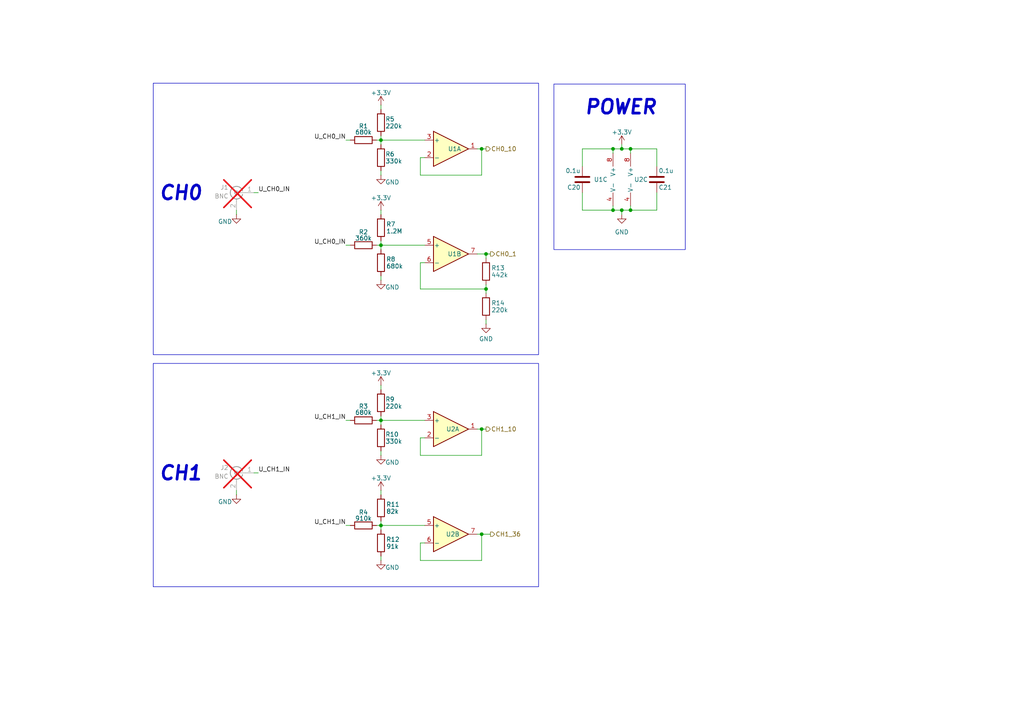
<source format=kicad_sch>
(kicad_sch (version 20250114) (generator "eeschema") (generator_version "9.0")
  (paper "A4")
  (lib_symbols
    (symbol "Amplifier_Operational:MCP6002-xMC" (pin_names (offset 0.127))
      (property "Reference" "U2" (at 0.508 0 0))
      (symbol "MCP6002-xMC_1_1"
        (polyline (pts (xy -5.08 5.08) (xy 5.08 0) (xy -5.08 -5.08) (xy -5.08 5.08)) (stroke (width 0.254)) (fill (type background)))
        (pin input line (at -7.62 2.54 0) (length 2.54) (name "+") (number "3"))
        (pin input line (at -7.62 -2.54 0) (length 2.54) (name "-") (number "2"))
        (pin output line (at 7.62 0 180) (length 2.54) (name "~") (number "1"))
      )
      (symbol "MCP6002-xMC_2_1"
        (polyline (pts (xy -5.08 5.08) (xy 5.08 0) (xy -5.08 -5.08) (xy -5.08 5.08)) (stroke (width 0.254)) (fill (type background)))
        (pin input line (at -7.62 2.54 0) (length 2.54) (name "+") (number "5"))
        (pin input line (at -7.62 -2.54 0) (length 2.54) (name "-") (number "6"))
        (pin output line (at 7.62 0 180) (length 2.54) (name "~") (number "7"))
      )
      (symbol "MCP6002-xMC_3_1"
        (pin power_in line (at -2.54 7.62 270) (length 3.81) (name "V+") (number "8"))
        (pin power_in line (at -2.54 -7.62 90) (length 3.81) (name "V-") (number "4"))
      )
    )
    (symbol "Connector:Conn_Coaxial" (pin_names (offset 1.016) (hide yes))
      (property "Reference" "J" (at 0.254 3.048 0))
      (property "Value" "Conn_Coaxial" (at 2.921 0 90))
      (symbol "Conn_Coaxial_0_1"
        (polyline (pts (xy -2.54 0) (xy -0.508 0)))
        (arc (start 1.778 0) (mid 0.222 -1.8079) (end -1.778 -0.508) (stroke (width 0.254)))
        (arc (start -1.778 0.508) (mid 0.2221 1.8084) (end 1.778 0) (stroke (width 0.254)))
        (circle (center 0 0) (radius 0.508) (stroke (width 0.2032)))
        (polyline (pts (xy 0 -2.54) (xy 0 -1.778)))
      )
      (symbol "Conn_Coaxial_1_1"
        (pin passive line (at -5.08 0 0) (length 2.54) (name "In") (number "1"))
        (pin passive line (at 0 -5.08 90) (length 2.54) (name "Ext") (number "2"))
      )
    )
    (symbol "Device:C" (pin_numbers (hide yes)) (pin_names (offset 0.254))
      (property "Reference" "C" (at 0.635 2.54 0))
      (property "Value" "C" (at 0.635 -2.54 0))
      (symbol "C_0_1"
        (polyline (pts (xy -2.032 0.762) (xy 2.032 0.762)) (stroke (width 0.508)))
        (polyline (pts (xy -2.032 -0.762) (xy 2.032 -0.762)) (stroke (width 0.508)))
      )
      (symbol "C_1_1"
        (pin passive line (at 0 3.81 270) (length 2.794) (name "~") (number "1"))
        (pin passive line (at 0 -3.81 90) (length 2.794) (name "~") (number "2"))
      )
    )
    (symbol "Device:R" (pin_numbers (hide yes)) (pin_names (offset 0))
      (property "Reference" "R" (at 2.032 0 90))
      (property "Value" "R" (at 0 0 90))
      (symbol "R_0_1"
        (rectangle (start -1.016 -2.54) (end 1.016 2.54) (stroke (width 0.254)))
      )
      (symbol "R_1_1"
        (pin passive line (at 0 3.81 270) (length 1.27) (name "~") (number "1"))
        (pin passive line (at 0 -3.81 90) (length 1.27) (name "~") (number "2"))
      )
    )
    (symbol "MCP6002-xMC_1" (pin_names (offset 0.127))
      (property "Reference" "U1" (at 1.016 0 0))
      (symbol "MCP6002-xMC_1_1_1"
        (polyline (pts (xy -5.08 5.08) (xy 5.08 0) (xy -5.08 -5.08) (xy -5.08 5.08)) (stroke (width 0.254)) (fill (type background)))
        (pin input line (at -7.62 2.54 0) (length 2.54) (name "+") (number "3"))
        (pin input line (at -7.62 -2.54 0) (length 2.54) (name "-") (number "2"))
        (pin output line (at 7.62 0 180) (length 2.54) (name "~") (number "1"))
      )
      (symbol "MCP6002-xMC_1_2_1"
        (polyline (pts (xy -5.08 5.08) (xy 5.08 0) (xy -5.08 -5.08) (xy -5.08 5.08)) (stroke (width 0.254)) (fill (type background)))
        (pin input line (at -7.62 2.54 0) (length 2.54) (name "+") (number "5"))
        (pin input line (at -7.62 -2.54 0) (length 2.54) (name "-") (number "6"))
        (pin output line (at 7.62 0 180) (length 2.54) (name "~") (number "7"))
      )
      (symbol "MCP6002-xMC_1_3_1"
        (pin power_in line (at -2.54 7.62 270) (length 3.81) (name "V+") (number "8"))
        (pin power_in line (at -2.54 -7.62 90) (length 3.81) (name "V-") (number "4"))
      )
    )
    (symbol "MCP6002-xMC_2" (pin_names (offset 0.127))
      (property "Reference" "U1" (at 1.016 0 0))
      (symbol "MCP6002-xMC_2_1_1"
        (polyline (pts (xy -5.08 5.08) (xy 5.08 0) (xy -5.08 -5.08) (xy -5.08 5.08)) (stroke (width 0.254)) (fill (type background)))
        (pin input line (at -7.62 2.54 0) (length 2.54) (name "+") (number "3"))
        (pin input line (at -7.62 -2.54 0) (length 2.54) (name "-") (number "2"))
        (pin output line (at 7.62 0 180) (length 2.54) (name "~") (number "1"))
      )
      (symbol "MCP6002-xMC_2_2_1"
        (polyline (pts (xy -5.08 5.08) (xy 5.08 0) (xy -5.08 -5.08) (xy -5.08 5.08)) (stroke (width 0.254)) (fill (type background)))
        (pin input line (at -7.62 2.54 0) (length 2.54) (name "+") (number "5"))
        (pin input line (at -7.62 -2.54 0) (length 2.54) (name "-") (number "6"))
        (pin output line (at 7.62 0 180) (length 2.54) (name "~") (number "7"))
      )
      (symbol "MCP6002-xMC_2_3_1"
        (pin power_in line (at -2.54 7.62 270) (length 3.81) (name "V+") (number "8"))
        (pin power_in line (at -2.54 -7.62 90) (length 3.81) (name "V-") (number "4"))
      )
    )
    (symbol "MCP6002-xMC_3" (pin_names (offset 0.127))
      (property "Reference" "U1" (at 1.016 0 0))
      (symbol "MCP6002-xMC_3_1_1"
        (polyline (pts (xy -5.08 5.08) (xy 5.08 0) (xy -5.08 -5.08) (xy -5.08 5.08)) (stroke (width 0.254)) (fill (type background)))
        (pin input line (at -7.62 2.54 0) (length 2.54) (name "+") (number "3"))
        (pin input line (at -7.62 -2.54 0) (length 2.54) (name "-") (number "2"))
        (pin output line (at 7.62 0 180) (length 2.54) (name "~") (number "1"))
      )
      (symbol "MCP6002-xMC_3_2_1"
        (polyline (pts (xy -5.08 5.08) (xy 5.08 0) (xy -5.08 -5.08) (xy -5.08 5.08)) (stroke (width 0.254)) (fill (type background)))
        (pin input line (at -7.62 2.54 0) (length 2.54) (name "+") (number "5"))
        (pin input line (at -7.62 -2.54 0) (length 2.54) (name "-") (number "6"))
        (pin output line (at 7.62 0 180) (length 2.54) (name "~") (number "7"))
      )
      (symbol "MCP6002-xMC_3_3_1"
        (pin power_in line (at -2.54 7.62 270) (length 3.81) (name "V+") (number "8"))
        (pin power_in line (at -2.54 -7.62 90) (length 3.81) (name "V-") (number "4"))
      )
    )
    (symbol "MCP6002-xMC_4" (pin_names (offset 0.127))
      (property "Reference" "U2" (at 0.508 0 0))
      (symbol "MCP6002-xMC_4_1_1"
        (polyline (pts (xy -5.08 5.08) (xy 5.08 0) (xy -5.08 -5.08) (xy -5.08 5.08)) (stroke (width 0.254)) (fill (type background)))
        (pin input line (at -7.62 2.54 0) (length 2.54) (name "+") (number "3"))
        (pin input line (at -7.62 -2.54 0) (length 2.54) (name "-") (number "2"))
        (pin output line (at 7.62 0 180) (length 2.54) (name "~") (number "1"))
      )
      (symbol "MCP6002-xMC_4_2_1"
        (polyline (pts (xy -5.08 5.08) (xy 5.08 0) (xy -5.08 -5.08) (xy -5.08 5.08)) (stroke (width 0.254)) (fill (type background)))
        (pin input line (at -7.62 2.54 0) (length 2.54) (name "+") (number "5"))
        (pin input line (at -7.62 -2.54 0) (length 2.54) (name "-") (number "6"))
        (pin output line (at 7.62 0 180) (length 2.54) (name "~") (number "7"))
      )
      (symbol "MCP6002-xMC_4_3_1"
        (pin power_in line (at -2.54 7.62 270) (length 3.81) (name "V+") (number "8"))
        (pin power_in line (at -2.54 -7.62 90) (length 3.81) (name "V-") (number "4"))
      )
    )
    (symbol "MCP6002-xMC_5" (pin_names (offset 0.127))
      (property "Reference" "U2" (at 0.508 0 0))
      (symbol "MCP6002-xMC_5_1_1"
        (polyline (pts (xy -5.08 5.08) (xy 5.08 0) (xy -5.08 -5.08) (xy -5.08 5.08)) (stroke (width 0.254)) (fill (type background)))
        (pin input line (at -7.62 2.54 0) (length 2.54) (name "+") (number "3"))
        (pin input line (at -7.62 -2.54 0) (length 2.54) (name "-") (number "2"))
        (pin output line (at 7.62 0 180) (length 2.54) (name "~") (number "1"))
      )
      (symbol "MCP6002-xMC_5_2_1"
        (polyline (pts (xy -5.08 5.08) (xy 5.08 0) (xy -5.08 -5.08) (xy -5.08 5.08)) (stroke (width 0.254)) (fill (type background)))
        (pin input line (at -7.62 2.54 0) (length 2.54) (name "+") (number "5"))
        (pin input line (at -7.62 -2.54 0) (length 2.54) (name "-") (number "6"))
        (pin output line (at 7.62 0 180) (length 2.54) (name "~") (number "7"))
      )
      (symbol "MCP6002-xMC_5_3_1"
        (pin power_in line (at -2.54 7.62 270) (length 3.81) (name "V+") (number "8"))
        (pin power_in line (at -2.54 -7.62 90) (length 3.81) (name "V-") (number "4"))
      )
    )
    (symbol "power:+3.3V" (power) (pin_numbers (hide yes)) (pin_names (offset 0) (hide yes))
      (property "Value" "+3.3V" (at 0 3.556 0))
      (symbol "+3.3V_0_1"
        (polyline (pts (xy -0.762 1.27) (xy 0 2.54)))
        (polyline (pts (xy 0 2.54) (xy 0.762 1.27)))
        (polyline (pts (xy 0 0) (xy 0 2.54)))
      )
      (symbol "+3.3V_1_1"
        (pin power_in line (at 0 0 90) (length 0) (name "~") (number "1"))
      )
    )
    (symbol "power:GND" (power) (pin_numbers (hide yes)) (pin_names (offset 0) (hide yes))
      (property "Value" "GND" (at 0 -3.81 0))
      (symbol "GND_0_1"
        (polyline (pts (xy 0 0) (xy 0 -1.27) (xy 1.27 -1.27) (xy 0 -2.54) (xy -1.27 -1.27) (xy 0 -1.27)))
      )
      (symbol "GND_1_1"
        (pin power_in line (at 0 0 270) (length 0) (name "~") (number "1"))
      )
    )
  )
  (rectangle (start 160.655 24.384) (end 198.755 72.39))
  (rectangle (start 44.45 105.41) (end 156.21 170.18))
  (rectangle (start 44.45 24.13) (end 156.21 102.87))
  (text "CH0" (at 58.928 56.134 0) (effects (font (size 4 4) (thickness 0.8) (bold yes) (italic yes)) (justify right)))
  (text "CH1" (at 58.928 137.414 0) (effects (font (size 4 4) (thickness 0.8) (bold yes) (italic yes)) (justify right)))
  (text "POWER" (at 190.754 31.242 0) (effects (font (size 4 4) (thickness 0.8) (bold yes) (italic yes)) (justify right)))
  (junction (at 140.97 73.66))
  (junction (at 140.97 83.82))
  (junction (at 180.34 43.18))
  (junction (at 139.7 43.18))
  (junction (at 177.8 60.96))
  (junction (at 110.49 121.92))
  (junction (at 110.49 152.4))
  (junction (at 110.49 71.12))
  (junction (at 182.88 60.96))
  (junction (at 139.7 154.94))
  (junction (at 182.88 43.18))
  (junction (at 180.34 60.96))
  (junction (at 110.49 40.64))
  (junction (at 139.7 124.46))
  (junction (at 177.8 43.18))
  (wire (pts (xy 110.49 161.29) (xy 110.49 162.56)))
  (wire (pts (xy 177.8 44.45) (xy 177.8 43.18)))
  (wire (pts (xy 123.19 45.72) (xy 121.92 45.72)))
  (wire (pts (xy 68.58 60.96) (xy 68.58 62.23)))
  (wire (pts (xy 73.66 55.88) (xy 74.93 55.88)))
  (wire (pts (xy 180.34 60.96) (xy 182.88 60.96)))
  (wire (pts (xy 100.33 121.92) (xy 101.6 121.92)))
  (wire (pts (xy 182.88 43.18) (xy 190.5 43.18)))
  (wire (pts (xy 140.97 82.55) (xy 140.97 83.82)))
  (wire (pts (xy 110.49 40.64) (xy 123.19 40.64)))
  (wire (pts (xy 121.92 132.08) (xy 139.7 132.08)))
  (wire (pts (xy 180.34 60.96) (xy 180.34 62.23)))
  (wire (pts (xy 110.49 152.4) (xy 110.49 153.67)))
  (wire (pts (xy 123.19 127) (xy 121.92 127)))
  (wire (pts (xy 139.7 124.46) (xy 140.97 124.46)))
  (wire (pts (xy 140.97 83.82) (xy 140.97 85.09)))
  (wire (pts (xy 121.92 162.56) (xy 139.7 162.56)))
  (wire (pts (xy 110.49 69.85) (xy 110.49 71.12)))
  (wire (pts (xy 110.49 60.96) (xy 110.49 62.23)))
  (wire (pts (xy 68.58 142.24) (xy 68.58 143.51)))
  (wire (pts (xy 139.7 154.94) (xy 142.24 154.94)))
  (wire (pts (xy 110.49 121.92) (xy 110.49 123.19)))
  (wire (pts (xy 139.7 43.18) (xy 138.43 43.18)))
  (wire (pts (xy 168.91 60.96) (xy 177.8 60.96)))
  (wire (pts (xy 110.49 49.53) (xy 110.49 50.8)))
  (wire (pts (xy 110.49 71.12) (xy 110.49 72.39)))
  (wire (pts (xy 138.43 73.66) (xy 140.97 73.66)))
  (wire (pts (xy 110.49 30.48) (xy 110.49 31.75)))
  (wire (pts (xy 140.97 73.66) (xy 142.24 73.66)))
  (wire (pts (xy 177.8 59.69) (xy 177.8 60.96)))
  (wire (pts (xy 190.5 43.18) (xy 190.5 48.26)))
  (wire (pts (xy 110.49 40.64) (xy 110.49 41.91)))
  (wire (pts (xy 110.49 71.12) (xy 123.19 71.12)))
  (wire (pts (xy 140.97 73.66) (xy 140.97 74.93)))
  (wire (pts (xy 109.22 40.64) (xy 110.49 40.64)))
  (wire (pts (xy 180.34 43.18) (xy 182.88 43.18)))
  (wire (pts (xy 110.49 152.4) (xy 123.19 152.4)))
  (wire (pts (xy 168.91 55.88) (xy 168.91 60.96)))
  (wire (pts (xy 168.91 43.18) (xy 168.91 48.26)))
  (wire (pts (xy 110.49 121.92) (xy 123.19 121.92)))
  (wire (pts (xy 140.97 92.71) (xy 140.97 93.98)))
  (wire (pts (xy 110.49 80.01) (xy 110.49 81.28)))
  (wire (pts (xy 190.5 60.96) (xy 182.88 60.96)))
  (wire (pts (xy 109.22 121.92) (xy 110.49 121.92)))
  (wire (pts (xy 177.8 60.96) (xy 180.34 60.96)))
  (wire (pts (xy 100.33 152.4) (xy 101.6 152.4)))
  (wire (pts (xy 121.92 127) (xy 121.92 132.08)))
  (wire (pts (xy 109.22 152.4) (xy 110.49 152.4)))
  (wire (pts (xy 73.66 137.16) (xy 74.93 137.16)))
  (wire (pts (xy 121.92 50.8) (xy 139.7 50.8)))
  (wire (pts (xy 100.33 40.64) (xy 101.6 40.64)))
  (wire (pts (xy 138.43 154.94) (xy 139.7 154.94)))
  (wire (pts (xy 180.34 41.91) (xy 180.34 43.18)))
  (wire (pts (xy 139.7 154.94) (xy 139.7 162.56)))
  (wire (pts (xy 109.22 71.12) (xy 110.49 71.12)))
  (wire (pts (xy 110.49 111.76) (xy 110.49 113.03)))
  (wire (pts (xy 182.88 43.18) (xy 182.88 44.45)))
  (wire (pts (xy 139.7 124.46) (xy 138.43 124.46)))
  (wire (pts (xy 121.92 157.48) (xy 121.92 162.56)))
  (wire (pts (xy 121.92 157.48) (xy 123.19 157.48)))
  (wire (pts (xy 139.7 43.18) (xy 140.97 43.18)))
  (wire (pts (xy 121.92 76.2) (xy 123.19 76.2)))
  (wire (pts (xy 121.92 45.72) (xy 121.92 50.8)))
  (wire (pts (xy 139.7 124.46) (xy 139.7 132.08)))
  (wire (pts (xy 100.33 71.12) (xy 101.6 71.12)))
  (wire (pts (xy 139.7 43.18) (xy 139.7 50.8)))
  (wire (pts (xy 110.49 142.24) (xy 110.49 143.51)))
  (wire (pts (xy 190.5 55.88) (xy 190.5 60.96)))
  (wire (pts (xy 121.92 76.2) (xy 121.92 83.82)))
  (wire (pts (xy 182.88 59.69) (xy 182.88 60.96)))
  (wire (pts (xy 177.8 43.18) (xy 168.91 43.18)))
  (wire (pts (xy 177.8 43.18) (xy 180.34 43.18)))
  (wire (pts (xy 110.49 39.37) (xy 110.49 40.64)))
  (wire (pts (xy 110.49 151.13) (xy 110.49 152.4)))
  (wire (pts (xy 110.49 120.65) (xy 110.49 121.92)))
  (wire (pts (xy 110.49 130.81) (xy 110.49 132.08)))
  (wire (pts (xy 121.92 83.82) (xy 140.97 83.82)))
  (label "U_CH1_IN" (at 100.33 152.4 180))
  (label "U_CH0_IN" (at 100.33 71.12 180))
  (label "U_CH0_IN" (at 100.33 40.64 180))
  (label "U_CH1_IN" (at 100.33 121.92 180))
  (label "U_CH1_IN" (at 74.93 137.16 0))
  (label "U_CH0_IN" (at 74.93 55.88 0))
  (hierarchical_label "CH1_36" (shape output) (at 142.24 154.94 0))
  (hierarchical_label "CH0_10" (shape output) (at 140.97 43.18 0))
  (hierarchical_label "CH1_10" (shape output) (at 140.97 124.46 0))
  (hierarchical_label "CH0_1" (shape output) (at 142.24 73.66 0))
  (symbol (lib_id "Device:R") (at 110.49 157.48 0) (unit 1)
    (property "Reference" "R12" (at 112.014 156.464 0) (effects (justify left)))
    (property "Value" "91k" (at 112.014 158.496 0) (effects (justify left)))
    (property "Footprint" "Resistor_SMD:R_0603_1608Metric" (effects (hide yes)))
    (property "Datasheet" "https://jlcpcb.com/api/file/downloadByFileSystemAccessId/8579706328207712256" (effects (hide yes)))
    (property "Description" "Resistor" (effects (hide yes)))
    (property "LCSC" "C23265" (effects (hide yes)))
  )
  (symbol (lib_name "MCP6002-xMC_1") (lib_id "Amplifier_Operational:MCP6002-xMC") (at 175.26 52.07 0) (mirror y) (unit 3)
    (property "Reference" "U1" (at 174.244 52.07 0))
    (property "Value" "MCP6002-xMC" (effects (hide yes)))
    (property "Footprint" "Package_SO:SOIC-8_3.9x4.9mm_P1.27mm" (effects (hide yes)))
    (property "Datasheet" "http://ww1.microchip.com/downloads/en/DeviceDoc/21733j.pdf" (effects (hide yes)))
    (property "Description" "1MHz, Low-Power Op Amp, DFN-8" (effects (hide yes)))
    (property "LCSC" "C7377" (effects (hide yes)))
  )
  (symbol (lib_id "Device:R") (at 110.49 116.84 0) (unit 1)
    (property "Reference" "R9" (at 111.76 115.824 0) (effects (justify left)))
    (property "Value" "220k" (at 111.76 117.856 0) (effects (justify left)))
    (property "Footprint" "Resistor_SMD:R_0603_1608Metric" (effects (hide yes)))
    (property "Datasheet" "https://jlcpcb.com/api/file/downloadByFileSystemAccessId/8588893910873202688" (effects (hide yes)))
    (property "Description" "Resistor" (effects (hide yes)))
    (property "LCSC" "C123420" (effects (hide yes)))
  )
  (symbol (lib_id "power:+3.3V") (at 110.49 60.96 0) (unit 1)
    (property "Reference" "#PWR05" (effects (hide yes)))
    (property "Value" "+3.3V" (at 110.49 57.404 0))
    (property "Description" "Power symbol creates a global label with name \"+3.3V\"" (effects (hide yes)))
  )
  (symbol (lib_id "Device:R") (at 105.41 71.12 90) (unit 1)
    (property "Reference" "R2" (at 105.41 67.31 90))
    (property "Value" "360k" (at 105.41 69.088 90))
    (property "Footprint" "Resistor_SMD:R_0603_1608Metric" (effects (hide yes)))
    (property "Datasheet" "https://jlcpcb.com/api/file/downloadByFileSystemAccessId/8579706412431097856" (effects (hide yes)))
    (property "Description" "Resistor" (effects (hide yes)))
    (property "LCSC" "C23146" (effects (hide yes)))
  )
  (symbol (lib_id "power:+3.3V") (at 110.49 30.48 0) (unit 1)
    (property "Reference" "#PWR03" (effects (hide yes)))
    (property "Value" "+3.3V" (at 110.49 26.924 0))
    (property "Description" "Power symbol creates a global label with name \"+3.3V\"" (effects (hide yes)))
  )
  (symbol (lib_id "power:+3.3V") (at 180.34 41.91 0) (unit 1)
    (property "Reference" "#PWR016" (effects (hide yes)))
    (property "Value" "+3.3V" (at 180.34 38.354 0))
    (property "Description" "Power symbol creates a global label with name \"+3.3V\"" (effects (hide yes)))
  )
  (symbol (lib_name "MCP6002-xMC_5") (lib_id "Amplifier_Operational:MCP6002-xMC") (at 130.81 124.46 0) (unit 1)
    (property "Reference" "U2" (at 131.318 124.46 0))
    (property "Value" "MCP6002-xMC" (effects (hide yes)))
    (property "Footprint" "Package_SO:SOIC-8_3.9x4.9mm_P1.27mm" (effects (hide yes)))
    (property "Datasheet" "http://ww1.microchip.com/downloads/en/DeviceDoc/21733j.pdf" (effects (hide yes)))
    (property "Description" "1MHz, Low-Power Op Amp, DFN-8" (effects (hide yes)))
    (property "LCSC" "C7377" (effects (hide yes)))
  )
  (symbol (lib_id "Device:R") (at 140.97 78.74 0) (unit 1)
    (property "Reference" "R13" (at 142.494 77.724 0) (effects (justify left)))
    (property "Value" "442k" (at 142.494 79.756 0) (effects (justify left)))
    (property "Footprint" "Resistor_SMD:R_0603_1608Metric" (effects (hide yes)))
    (property "Datasheet" "https://jlcpcb.com/api/file/downloadByFileSystemAccessId/8586178194714071040" (effects (hide yes)))
    (property "Description" "Resistor" (effects (hide yes)))
    (property "LCSC" "C23175" (effects (hide yes)))
  )
  (symbol (lib_id "Amplifier_Operational:MCP6002-xMC") (at 130.81 154.94 0) (unit 2)
    (property "Reference" "U2" (at 131.318 154.94 0))
    (property "Value" "MCP6002-xMC" (effects (hide yes)))
    (property "Footprint" "Package_SO:SOIC-8_3.9x4.9mm_P1.27mm" (effects (hide yes)))
    (property "Datasheet" "http://ww1.microchip.com/downloads/en/DeviceDoc/21733j.pdf" (effects (hide yes)))
    (property "Description" "1MHz, Low-Power Op Amp, DFN-8" (effects (hide yes)))
    (property "LCSC" "C7377" (effects (hide yes)))
  )
  (symbol (lib_id "Device:R") (at 105.41 40.64 90) (unit 1)
    (property "Reference" "R1" (at 105.41 36.576 90))
    (property "Value" "680k" (at 105.41 38.354 90))
    (property "Footprint" "Resistor_SMD:R_0603_1608Metric" (effects (hide yes)))
    (property "Datasheet" "https://jlcpcb.com/api/file/downloadByFileSystemAccessId/8579706367566925824" (effects (hide yes)))
    (property "Description" "Resistor" (effects (hide yes)))
    (property "LCSC" "C25822" (effects (hide yes)))
  )
  (symbol (lib_id "power:GND") (at 110.49 81.28 0) (unit 1)
    (property "Reference" "#PWR06" (effects (hide yes)))
    (property "Value" "GND" (at 113.792 83.312 0))
    (property "Description" "Power symbol creates a global label with name \"GND\" , ground" (effects (hide yes)))
  )
  (symbol (lib_id "Device:R") (at 105.41 152.4 90) (unit 1)
    (property "Reference" "R4" (at 105.41 148.59 90))
    (property "Value" "910k" (at 105.41 150.368 90))
    (property "Footprint" "Resistor_SMD:R_0603_1608Metric" (effects (hide yes)))
    (property "Datasheet" "https://jlcpcb.com/api/file/downloadByFileSystemAccessId/8586177567263240192" (effects (hide yes)))
    (property "Description" "Resistor" (effects (hide yes)))
    (property "LCSC" "C23263" (effects (hide yes)))
  )
  (symbol (lib_id "Device:R") (at 110.49 66.04 0) (unit 1)
    (property "Reference" "R7" (at 112.014 65.024 0) (effects (justify left)))
    (property "Value" "1.2M" (at 112.014 67.056 0) (effects (justify left)))
    (property "Footprint" "Resistor_SMD:R_0603_1608Metric" (effects (hide yes)))
    (property "Datasheet" "https://jlcpcb.com/api/file/downloadByFileSystemAccessId/8586177527195324416" (effects (hide yes)))
    (property "Description" "Resistor" (effects (hide yes)))
    (property "LCSC" " C13315" (effects (hide yes)))
  )
  (symbol (lib_id "power:GND") (at 68.58 143.51 0) (mirror y) (unit 1)
    (property "Reference" "#PWR02" (effects (hide yes)))
    (property "Value" "GND" (at 65.278 145.542 0))
    (property "Description" "Power symbol creates a global label with name \"GND\" , ground" (effects (hide yes)))
  )
  (symbol (lib_name "MCP6002-xMC_4") (lib_id "Amplifier_Operational:MCP6002-xMC") (at 185.42 52.07 0) (unit 3)
    (property "Reference" "U2" (at 185.928 52.07 0))
    (property "Value" "MCP6002-xMC" (effects (hide yes)))
    (property "Footprint" "Package_SO:SOIC-8_3.9x4.9mm_P1.27mm" (effects (hide yes)))
    (property "Datasheet" "http://ww1.microchip.com/downloads/en/DeviceDoc/21733j.pdf" (effects (hide yes)))
    (property "Description" "1MHz, Low-Power Op Amp, DFN-8" (effects (hide yes)))
    (property "LCSC" "C7377" (effects (hide yes)))
  )
  (symbol (lib_id "power:+3.3V") (at 110.49 142.24 0) (unit 1)
    (property "Reference" "#PWR09" (effects (hide yes)))
    (property "Value" "+3.3V" (at 110.49 138.684 0))
    (property "Description" "Power symbol creates a global label with name \"+3.3V\"" (effects (hide yes)))
  )
  (symbol (lib_id "power:+3.3V") (at 110.49 111.76 0) (unit 1)
    (property "Reference" "#PWR07" (effects (hide yes)))
    (property "Value" "+3.3V" (at 110.49 108.204 0))
    (property "Description" "Power symbol creates a global label with name \"+3.3V\"" (effects (hide yes)))
  )
  (symbol (lib_id "Connector:Conn_Coaxial") (at 68.58 137.16 0) (mirror y) (unit 1) (dnp yes)
    (property "Reference" "J2" (at 66.294 135.636 0) (effects (justify left)))
    (property "Value" "BNC" (at 66.294 138.176 0) (effects (justify left)))
    (property "Footprint" "customLib:731713150" (effects (hide yes)))
    (property "Datasheet" "https://www.molex.com/en-us/products/part-detail-pdf/731713150?display=pdf" (effects (hide yes)))
    (property "Description" "coaxial connector (BNC, SMA, SMB, SMC, Cinch/RCA, LEMO, ...)" (effects (hide yes)))
    (property "mouser" "https://eu.mouser.com/ProductDetail/Molex/73171-3150?qs=73RpG39PUGgE2dVAlx2zlA%3D%3D&srsltid=AfmBOoreg9vEwT33vYk1aIRPHmaVTLCoeucUiQaN3WeKiEUAgcN5mlP1" (effects (hide yes)))
  )
  (symbol (lib_id "power:GND") (at 110.49 162.56 0) (unit 1)
    (property "Reference" "#PWR010" (effects (hide yes)))
    (property "Value" "GND" (at 113.792 164.592 0))
    (property "Description" "Power symbol creates a global label with name \"GND\" , ground" (effects (hide yes)))
  )
  (symbol (lib_id "Device:R") (at 110.49 147.32 0) (unit 1)
    (property "Reference" "R11" (at 112.014 146.304 0) (effects (justify left)))
    (property "Value" "82k" (at 112.014 148.336 0) (effects (justify left)))
    (property "Footprint" "Resistor_SMD:R_0603_1608Metric" (effects (hide yes)))
    (property "Datasheet" "https://jlcpcb.com/api/file/downloadByFileSystemAccessId/8588898394756820992" (effects (hide yes)))
    (property "Description" "Resistor" (effects (hide yes)))
    (property "LCSC" "C103831" (effects (hide yes)))
  )
  (symbol (lib_id "Device:C") (at 190.5 52.07 0) (mirror x) (unit 1)
    (property "Reference" "C21" (at 191.008 54.356 0) (effects (justify left)))
    (property "Value" "0.1u" (at 191.008 49.53 0) (effects (justify left)))
    (property "Footprint" "Capacitor_SMD:C_0603_1608Metric" (effects (hide yes)))
    (property "Datasheet" "https://jlcpcb.com/api/file/downloadByFileSystemAccessId/8667086713681608704" (effects (hide yes)))
    (property "Description" "Unpolarized capacitor" (effects (hide yes)))
    (property "LCSC" "C14663" (effects (hide yes)))
  )
  (symbol (lib_id "Device:C") (at 168.91 52.07 180) (unit 1)
    (property "Reference" "C20" (at 168.402 54.356 0) (effects (justify left)))
    (property "Value" "0.1u" (at 168.402 49.53 0) (effects (justify left)))
    (property "Footprint" "Capacitor_SMD:C_0603_1608Metric" (effects (hide yes)))
    (property "Datasheet" "https://jlcpcb.com/api/file/downloadByFileSystemAccessId/8667086713681608704" (effects (hide yes)))
    (property "Description" "Unpolarized capacitor" (effects (hide yes)))
    (property "LCSC" "C14663" (effects (hide yes)))
  )
  (symbol (lib_name "MCP6002-xMC_3") (lib_id "Amplifier_Operational:MCP6002-xMC") (at 130.81 43.18 0) (unit 1)
    (property "Reference" "U1" (at 131.826 43.18 0))
    (property "Value" "MCP6002-xMC" (effects (hide yes)))
    (property "Footprint" "Package_SO:SOIC-8_3.9x4.9mm_P1.27mm" (effects (hide yes)))
    (property "Datasheet" "http://ww1.microchip.com/downloads/en/DeviceDoc/21733j.pdf" (effects (hide yes)))
    (property "Description" "1MHz, Low-Power Op Amp, DFN-8" (effects (hide yes)))
    (property "LCSC" "C7377" (effects (hide yes)))
  )
  (symbol (lib_name "MCP6002-xMC_2") (lib_id "Amplifier_Operational:MCP6002-xMC") (at 130.81 73.66 0) (unit 2)
    (property "Reference" "U1" (at 131.826 73.66 0))
    (property "Value" "MCP6002-xMC" (effects (hide yes)))
    (property "Footprint" "Package_SO:SOIC-8_3.9x4.9mm_P1.27mm" (effects (hide yes)))
    (property "Datasheet" "http://ww1.microchip.com/downloads/en/DeviceDoc/21733j.pdf" (effects (hide yes)))
    (property "Description" "1MHz, Low-Power Op Amp, DFN-8" (effects (hide yes)))
    (property "LCSC" "C7377" (effects (hide yes)))
  )
  (symbol (lib_id "power:GND") (at 180.34 62.23 0) (unit 1)
    (property "Reference" "#PWR017" (effects (hide yes)))
    (property "Value" "GND" (at 180.34 67.31 0))
    (property "Description" "Power symbol creates a global label with name \"GND\" , ground" (effects (hide yes)))
  )
  (symbol (lib_id "Connector:Conn_Coaxial") (at 68.58 55.88 0) (mirror y) (unit 1) (dnp yes)
    (property "Reference" "J1" (at 66.294 54.356 0) (effects (justify left)))
    (property "Value" "BNC" (at 66.294 56.896 0) (effects (justify left)))
    (property "Footprint" "customLib:731713150" (effects (hide yes)))
    (property "Datasheet" "https://www.molex.com/en-us/products/part-detail-pdf/731713150?display=pdf" (effects (hide yes)))
    (property "Description" "coaxial connector (BNC, SMA, SMB, SMC, Cinch/RCA, LEMO, ...)" (effects (hide yes)))
    (property "mouser" "https://eu.mouser.com/ProductDetail/Molex/73171-3150?qs=73RpG39PUGgE2dVAlx2zlA%3D%3D&srsltid=AfmBOoreg9vEwT33vYk1aIRPHmaVTLCoeucUiQaN3WeKiEUAgcN5mlP1" (effects (hide yes)))
  )
  (symbol (lib_id "power:GND") (at 110.49 132.08 0) (unit 1)
    (property "Reference" "#PWR08" (effects (hide yes)))
    (property "Value" "GND" (at 113.792 134.112 0))
    (property "Description" "Power symbol creates a global label with name \"GND\" , ground" (effects (hide yes)))
  )
  (symbol (lib_id "Device:R") (at 140.97 88.9 0) (unit 1)
    (property "Reference" "R14" (at 142.494 87.884 0) (effects (justify left)))
    (property "Value" "220k" (at 142.494 89.916 0) (effects (justify left)))
    (property "Footprint" "Resistor_SMD:R_0603_1608Metric" (effects (hide yes)))
    (property "Datasheet" "https://jlcpcb.com/api/file/downloadByFileSystemAccessId/8588893910873202688" (effects (hide yes)))
    (property "Description" "Resistor" (effects (hide yes)))
    (property "LCSC" "C123420" (effects (hide yes)))
  )
  (symbol (lib_id "Device:R") (at 110.49 45.72 0) (unit 1)
    (property "Reference" "R6" (at 111.76 44.704 0) (effects (justify left)))
    (property "Value" "330k" (at 111.76 46.736 0) (effects (justify left)))
    (property "Footprint" "Resistor_SMD:R_0603_1608Metric" (effects (hide yes)))
    (property "Datasheet" "https://jlcpcb.com/api/file/downloadByFileSystemAccessId/8588898394756820992" (effects (hide yes)))
    (property "Description" "Resistor" (effects (hide yes)))
    (property "LCSC" "C100970" (effects (hide yes)))
  )
  (symbol (lib_id "Device:R") (at 105.41 121.92 90) (unit 1)
    (property "Reference" "R3" (at 105.41 117.856 90))
    (property "Value" "680k" (at 105.41 119.634 90))
    (property "Footprint" "Resistor_SMD:R_0603_1608Metric" (effects (hide yes)))
    (property "Datasheet" "https://jlcpcb.com/api/file/downloadByFileSystemAccessId/8579706367566925824" (effects (hide yes)))
    (property "Description" "Resistor" (effects (hide yes)))
    (property "LCSC" "C25822" (effects (hide yes)))
  )
  (symbol (lib_id "Device:R") (at 110.49 127 0) (unit 1)
    (property "Reference" "R10" (at 111.76 125.984 0) (effects (justify left)))
    (property "Value" "330k" (at 111.76 128.016 0) (effects (justify left)))
    (property "Footprint" "Resistor_SMD:R_0603_1608Metric" (effects (hide yes)))
    (property "Datasheet" "https://jlcpcb.com/api/file/downloadByFileSystemAccessId/8588898394756820992" (effects (hide yes)))
    (property "Description" "Resistor" (effects (hide yes)))
    (property "LCSC" "C100970" (effects (hide yes)))
  )
  (symbol (lib_id "Device:R") (at 110.49 35.56 0) (unit 1)
    (property "Reference" "R5" (at 111.76 34.544 0) (effects (justify left)))
    (property "Value" "220k" (at 111.76 36.576 0) (effects (justify left)))
    (property "Footprint" "Resistor_SMD:R_0603_1608Metric" (effects (hide yes)))
    (property "Datasheet" "https://jlcpcb.com/api/file/downloadByFileSystemAccessId/8588893910873202688" (effects (hide yes)))
    (property "Description" "Resistor" (effects (hide yes)))
    (property "LCSC" "C123420" (effects (hide yes)))
  )
  (symbol (lib_id "power:GND") (at 68.58 62.23 0) (mirror y) (unit 1)
    (property "Reference" "#PWR01" (effects (hide yes)))
    (property "Value" "GND" (at 65.278 64.262 0))
    (property "Description" "Power symbol creates a global label with name \"GND\" , ground" (effects (hide yes)))
  )
  (symbol (lib_id "power:GND") (at 140.97 93.98 0) (unit 1)
    (property "Reference" "#PWR011" (effects (hide yes)))
    (property "Value" "GND" (at 140.97 98.298 0))
    (property "Description" "Power symbol creates a global label with name \"GND\" , ground" (effects (hide yes)))
  )
  (symbol (lib_id "Device:R") (at 110.49 76.2 0) (unit 1)
    (property "Reference" "R8" (at 112.014 75.184 0) (effects (justify left)))
    (property "Value" "680k" (at 112.014 77.216 0) (effects (justify left)))
    (property "Footprint" "Resistor_SMD:R_0603_1608Metric" (effects (hide yes)))
    (property "Datasheet" "https://jlcpcb.com/api/file/downloadByFileSystemAccessId/8579706367566925824" (effects (hide yes)))
    (property "Description" "Resistor" (effects (hide yes)))
    (property "LCSC" "C25822" (effects (hide yes)))
  )
  (symbol (lib_id "power:GND") (at 110.49 50.8 0) (unit 1)
    (property "Reference" "#PWR04" (effects (hide yes)))
    (property "Value" "GND" (at 113.792 52.832 0))
    (property "Description" "Power symbol creates a global label with name \"GND\" , ground" (effects (hide yes)))
  )
)
</source>
